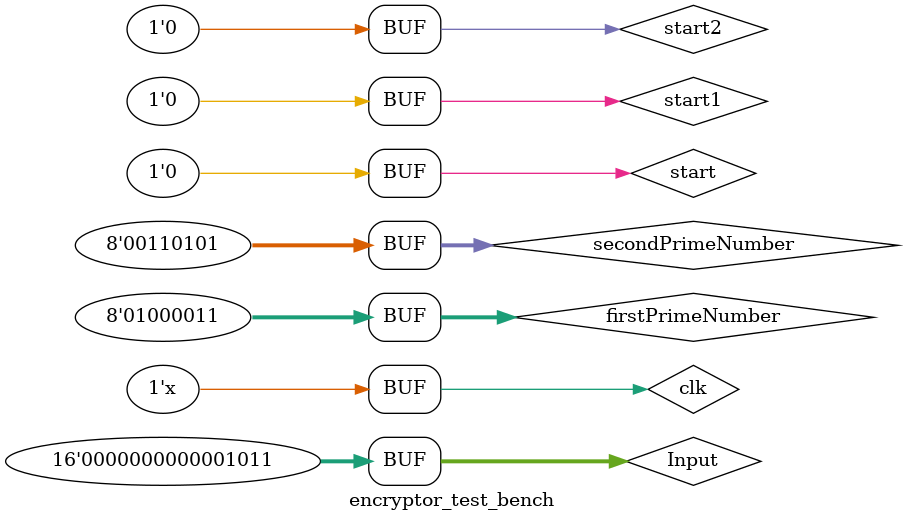
<source format=v>
`timescale 1ns / 1ps
module encryptor_test_bench;

	// Inputs
	reg [15:0] Input;
	reg [7:0] firstPrimeNumber;
	reg [7:0] secondPrimeNumber;
	reg clk;
	reg start;
	reg start1;
	reg start2;

	// Outputs
	wire [7:0] encryptionKey;
	wire [15:0] n;
	wire [15:0] Output;
	wire [15:0] decryptionKey;
	wire finish;
	wire fin1;

	Main #(.InstructionSelector(1)) uut (
		
		.Input(Input), 
		.firstPrimeNumber(firstPrimeNumber), 
		.secondPrimeNumber(secondPrimeNumber), 
		.clk(clk), 
		.start(start), 
		.start1(start1), 
		.start2(start2), 
		.encryptionKey(encryptionKey), 
		.n(n), 
		.Output(Output), 
		.decryptionKey(decryptionKey), 
		.finish(finish), 
		.fin1(fin1)
		);

	initial begin
		// Initialize Inputs
		Input = 0;
		firstPrimeNumber = 0;
		secondPrimeNumber = 0;
		clk = 0;
		start = 0;
		start1 = 0;
		start2 = 0;

		// Wait 100 ns for global reset to finish
		#10;
      Input = 11;
		firstPrimeNumber = 67;
		secondPrimeNumber = 53;
		#10;
		start = 1;
		#5;
		start=0;
		#40;
		start1=1;
		#10;
		start1=0;
		#30;
		start2=1;
		#10;start2=0;
		// Add stimulus here

	end
      always #0.1 clk=!clk;
      
endmodule




</source>
